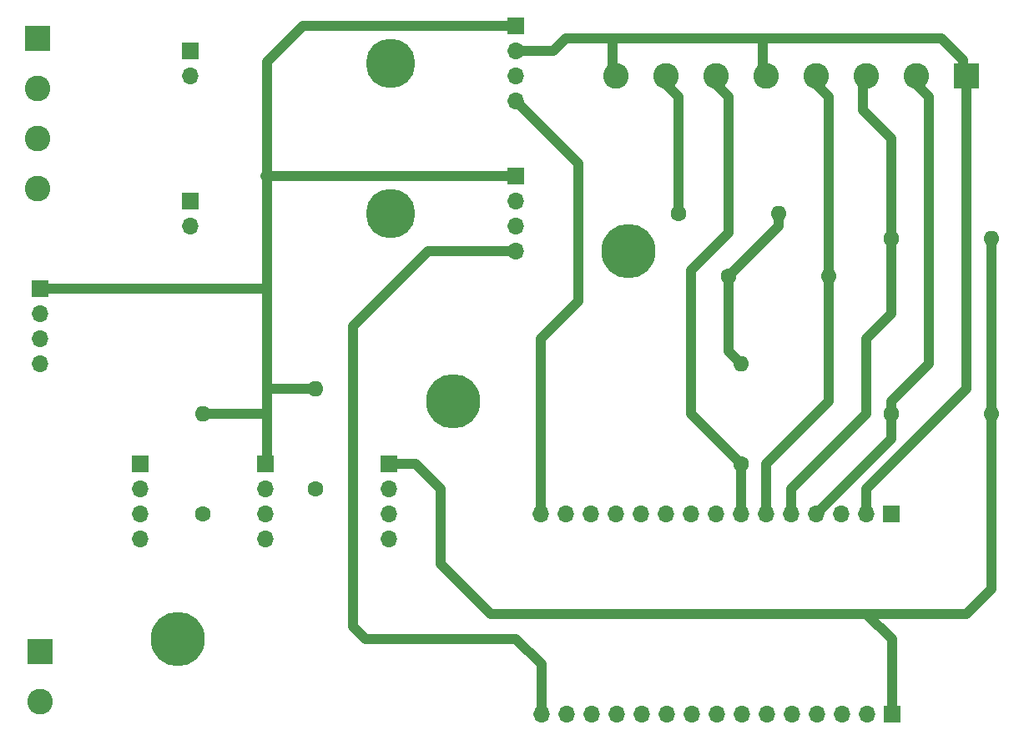
<source format=gbr>
%TF.GenerationSoftware,KiCad,Pcbnew,7.0.6-7.0.6~ubuntu22.04.1*%
%TF.CreationDate,2023-08-09T23:03:42+04:00*%
%TF.ProjectId,ESP 8266 ,45535020-3832-4363-9620-2e6b69636164,rev?*%
%TF.SameCoordinates,Original*%
%TF.FileFunction,Copper,L2,Bot*%
%TF.FilePolarity,Positive*%
%FSLAX46Y46*%
G04 Gerber Fmt 4.6, Leading zero omitted, Abs format (unit mm)*
G04 Created by KiCad (PCBNEW 7.0.6-7.0.6~ubuntu22.04.1) date 2023-08-09 23:03:42*
%MOMM*%
%LPD*%
G01*
G04 APERTURE LIST*
%TA.AperFunction,ComponentPad*%
%ADD10C,1.600000*%
%TD*%
%TA.AperFunction,ComponentPad*%
%ADD11O,1.600000X1.600000*%
%TD*%
%TA.AperFunction,ComponentPad*%
%ADD12R,1.700000X1.700000*%
%TD*%
%TA.AperFunction,ComponentPad*%
%ADD13O,1.700000X1.700000*%
%TD*%
%TA.AperFunction,ComponentPad*%
%ADD14R,2.600000X2.600000*%
%TD*%
%TA.AperFunction,ComponentPad*%
%ADD15C,2.600000*%
%TD*%
%TA.AperFunction,ViaPad*%
%ADD16C,5.500000*%
%TD*%
%TA.AperFunction,ViaPad*%
%ADD17C,5.000000*%
%TD*%
%TA.AperFunction,Conductor*%
%ADD18C,1.000000*%
%TD*%
G04 APERTURE END LIST*
D10*
%TO.P,10k Ohm,1*%
%TO.N,N/C*%
X241300000Y-63500000D03*
D11*
%TO.P,10k Ohm,2*%
X251460000Y-63500000D03*
%TD*%
D12*
%TO.P,REF\u002A\u002A,1*%
%TO.N,N/C*%
X170180000Y-44450000D03*
D13*
%TO.P,REF\u002A\u002A,2*%
X170180000Y-46990000D03*
%TD*%
D10*
%TO.P,10k Ohm,1*%
%TO.N,N/C*%
X171450000Y-91440000D03*
D11*
%TO.P,10k Ohm,2*%
X171450000Y-81280000D03*
%TD*%
D14*
%TO.P,SWitchs,1*%
%TO.N,N/C*%
X248920000Y-46990000D03*
D15*
%TO.P,SWitchs,2*%
X243840000Y-46990000D03*
%TO.P,SWitchs,3*%
X238760000Y-46990000D03*
%TO.P,SWitchs,4*%
X233680000Y-46990000D03*
%TO.P,SWitchs,5*%
X228600000Y-46990000D03*
%TO.P,SWitchs,6*%
X223520000Y-46990000D03*
%TO.P,SWitchs,7*%
X218440000Y-46990000D03*
%TO.P,SWitchs,8*%
X213360000Y-46990000D03*
%TD*%
D12*
%TO.P,REF\u002A\u002A,1*%
%TO.N,N/C*%
X203200000Y-57150000D03*
D13*
%TO.P,REF\u002A\u002A,2*%
X203200000Y-59690000D03*
%TO.P,REF\u002A\u002A,3*%
X203200000Y-62230000D03*
%TO.P,REF\u002A\u002A,4*%
X203200000Y-64770000D03*
%TD*%
D12*
%TO.P,BMP 180 Outside,1*%
%TO.N,N/C*%
X177800000Y-86360000D03*
D13*
%TO.P,BMP 180 Outside,2*%
X177800000Y-88900000D03*
%TO.P,BMP 180 Outside,3*%
X177800000Y-91440000D03*
%TO.P,BMP 180 Outside,4*%
X177800000Y-93980000D03*
%TD*%
D12*
%TO.P,REF\u002A\u002A,1*%
%TO.N,N/C*%
X203200000Y-41910000D03*
D13*
%TO.P,REF\u002A\u002A,2*%
X203200000Y-44450000D03*
%TO.P,REF\u002A\u002A,3*%
X203200000Y-46990000D03*
%TO.P,REF\u002A\u002A,4*%
X203200000Y-49530000D03*
%TD*%
D14*
%TO.P,Sensors pins,1*%
%TO.N,N/C*%
X154635000Y-43180000D03*
D15*
%TO.P,Sensors pins,2*%
X154635000Y-48260000D03*
%TO.P,Sensors pins,3*%
X154635000Y-53340000D03*
%TO.P,Sensors pins,4*%
X154635000Y-58420000D03*
%TD*%
D12*
%TO.P,BMP 180 Inside,1*%
%TO.N,N/C*%
X165100000Y-86360000D03*
D13*
%TO.P,BMP 180 Inside,2*%
X165100000Y-88900000D03*
%TO.P,BMP 180 Inside,3*%
X165100000Y-91440000D03*
%TO.P,BMP 180 Inside,4*%
X165100000Y-93980000D03*
%TD*%
D10*
%TO.P,10k Ohm,1*%
%TO.N,N/C*%
X226060000Y-86360000D03*
D11*
%TO.P,10k Ohm,2*%
X226060000Y-76200000D03*
%TD*%
D10*
%TO.P,10k Ohm,1*%
%TO.N,N/C*%
X182880000Y-88900000D03*
D11*
%TO.P,10k Ohm,2*%
X182880000Y-78740000D03*
%TD*%
D12*
%TO.P,OLed 126X64,1*%
%TO.N,N/C*%
X190325000Y-86360000D03*
D13*
%TO.P,OLed 126X64,2*%
X190325000Y-88900000D03*
%TO.P,OLed 126X64,3*%
X190325000Y-91440000D03*
%TO.P,OLed 126X64,4*%
X190325000Y-93980000D03*
%TD*%
D10*
%TO.P,10k Ohm,1*%
%TO.N,N/C*%
X224790000Y-67310000D03*
D11*
%TO.P,10k Ohm,2*%
X234950000Y-67310000D03*
%TD*%
D12*
%TO.P,REF\u002A\u002A,1*%
%TO.N,N/C*%
X241300000Y-91440000D03*
D13*
%TO.P,REF\u002A\u002A,2*%
X238760000Y-91440000D03*
%TO.P,REF\u002A\u002A,3*%
X236220000Y-91440000D03*
%TO.P,REF\u002A\u002A,4*%
X233680000Y-91440000D03*
%TO.P,REF\u002A\u002A,5*%
X231140000Y-91440000D03*
%TO.P,REF\u002A\u002A,6*%
X228600000Y-91440000D03*
%TO.P,REF\u002A\u002A,7*%
X226060000Y-91440000D03*
%TO.P,REF\u002A\u002A,8*%
X223520000Y-91440000D03*
%TO.P,REF\u002A\u002A,9*%
X220980000Y-91440000D03*
%TO.P,REF\u002A\u002A,10*%
X218440000Y-91440000D03*
%TO.P,REF\u002A\u002A,11*%
X215900000Y-91440000D03*
%TO.P,REF\u002A\u002A,12*%
X213360000Y-91440000D03*
%TO.P,REF\u002A\u002A,13*%
X210820000Y-91440000D03*
%TO.P,REF\u002A\u002A,14*%
X208280000Y-91440000D03*
%TO.P,REF\u002A\u002A,15*%
X205740000Y-91440000D03*
%TD*%
D10*
%TO.P,10k Ohm,1*%
%TO.N,N/C*%
X219710000Y-60960000D03*
D11*
%TO.P,10k Ohm,2*%
X229870000Y-60960000D03*
%TD*%
D12*
%TO.P,Relay,1*%
%TO.N,N/C*%
X154940000Y-68580000D03*
D13*
%TO.P,Relay,2*%
X154940000Y-71120000D03*
%TO.P,Relay,3*%
X154940000Y-73660000D03*
%TO.P,Relay,4*%
X154940000Y-76200000D03*
%TD*%
D12*
%TO.P,REF\u002A\u002A,1*%
%TO.N,N/C*%
X241330000Y-111735000D03*
D13*
%TO.P,REF\u002A\u002A,2*%
X238790000Y-111735000D03*
%TO.P,REF\u002A\u002A,3*%
X236250000Y-111735000D03*
%TO.P,REF\u002A\u002A,4*%
X233710000Y-111735000D03*
%TO.P,REF\u002A\u002A,5*%
X231170000Y-111735000D03*
%TO.P,REF\u002A\u002A,6*%
X228630000Y-111735000D03*
%TO.P,REF\u002A\u002A,7*%
X226090000Y-111735000D03*
%TO.P,REF\u002A\u002A,8*%
X223550000Y-111735000D03*
%TO.P,REF\u002A\u002A,9*%
X221010000Y-111735000D03*
%TO.P,REF\u002A\u002A,10*%
X218470000Y-111735000D03*
%TO.P,REF\u002A\u002A,11*%
X215930000Y-111735000D03*
%TO.P,REF\u002A\u002A,12*%
X213390000Y-111735000D03*
%TO.P,REF\u002A\u002A,13*%
X210850000Y-111735000D03*
%TO.P,REF\u002A\u002A,14*%
X208310000Y-111735000D03*
%TO.P,REF\u002A\u002A,15*%
X205770000Y-111735000D03*
%TD*%
D14*
%TO.P,Power,1*%
%TO.N,N/C*%
X154940000Y-105410000D03*
D15*
%TO.P,Power,2*%
X154940000Y-110490000D03*
%TD*%
D12*
%TO.P,REF\u002A\u002A,1*%
%TO.N,N/C*%
X170180000Y-59690000D03*
D13*
%TO.P,REF\u002A\u002A,2*%
X170180000Y-62230000D03*
%TD*%
D10*
%TO.P,10k Ohm,1*%
%TO.N,N/C*%
X241300000Y-81280000D03*
D11*
%TO.P,10k Ohm,2*%
X251460000Y-81280000D03*
%TD*%
D16*
%TO.N,*%
X196850000Y-80010000D03*
X168910000Y-104140000D03*
D17*
X190500000Y-45720000D03*
D16*
X214630000Y-64770000D03*
D17*
X190500000Y-60960000D03*
%TD*%
D18*
%TO.N,*%
X177975000Y-68580000D02*
X177965000Y-68570000D01*
X177965000Y-68570000D02*
X154950000Y-68570000D01*
X154950000Y-68570000D02*
X154940000Y-68580000D01*
X154940000Y-68580000D02*
X157480000Y-68580000D01*
X234950000Y-80010000D02*
X234950000Y-49124556D01*
X248920000Y-101600000D02*
X251460000Y-99060000D01*
X238760000Y-91440000D02*
X238760000Y-88900000D01*
X209550000Y-69850000D02*
X209550000Y-55880000D01*
X177800000Y-86360000D02*
X177975000Y-86185000D01*
X229870000Y-60960000D02*
X229870000Y-62230000D01*
X226060000Y-86360000D02*
X220980000Y-81280000D01*
X187960000Y-104140000D02*
X186690000Y-102870000D01*
X203200000Y-104140000D02*
X187960000Y-104140000D01*
X177975000Y-78740000D02*
X182880000Y-78740000D01*
X241330000Y-104170000D02*
X241330000Y-111735000D01*
X224790000Y-67310000D02*
X224790000Y-74930000D01*
X248920000Y-78740000D02*
X248920000Y-47854556D01*
X248541909Y-47476465D02*
X248541909Y-45341909D01*
X205770000Y-111735000D02*
X205770000Y-106710000D01*
X241300000Y-71120000D02*
X241300000Y-53340000D01*
X231140000Y-43180000D02*
X228600000Y-43180000D01*
X238760000Y-101600000D02*
X241330000Y-104170000D01*
X212981909Y-43558091D02*
X212981909Y-47476465D01*
X177975000Y-45545000D02*
X181610000Y-41910000D01*
X224790000Y-62865000D02*
X224790000Y-49124556D01*
X228600000Y-43180000D02*
X228221909Y-43558091D01*
X241300000Y-83820000D02*
X241300000Y-80010000D01*
X177975000Y-81280000D02*
X177975000Y-78740000D01*
X209550000Y-55880000D02*
X203200000Y-49530000D01*
X181610000Y-41910000D02*
X203200000Y-41910000D01*
X195580000Y-96520000D02*
X195580000Y-88900000D01*
X213360000Y-43180000D02*
X212981909Y-43558091D01*
X177975000Y-81280000D02*
X171450000Y-81280000D01*
X238760000Y-101600000D02*
X248920000Y-101600000D01*
X234950000Y-49124556D02*
X233301909Y-47476465D01*
X213360000Y-43180000D02*
X208280000Y-43180000D01*
X193040000Y-86360000D02*
X190675000Y-86360000D01*
X228600000Y-43180000D02*
X213360000Y-43180000D01*
X177975000Y-78740000D02*
X177975000Y-68580000D01*
X177975000Y-86185000D02*
X177975000Y-81280000D01*
X246380000Y-43180000D02*
X231140000Y-43180000D01*
X194310000Y-64770000D02*
X203200000Y-64770000D01*
X208280000Y-43180000D02*
X207010000Y-44450000D01*
X229870000Y-62230000D02*
X224790000Y-67310000D01*
X238381909Y-50421909D02*
X238381909Y-47476465D01*
X200660000Y-101600000D02*
X238760000Y-101600000D01*
X186690000Y-72390000D02*
X194310000Y-64770000D01*
X203200000Y-57150000D02*
X177800000Y-57150000D01*
X248920000Y-47854556D02*
X248541909Y-47476465D01*
X238760000Y-88900000D02*
X248920000Y-78740000D01*
X207010000Y-44450000D02*
X203200000Y-44450000D01*
X241300000Y-53340000D02*
X238381909Y-50421909D01*
X241300000Y-80010000D02*
X245110000Y-76200000D01*
X186690000Y-102870000D02*
X186690000Y-72390000D01*
X251460000Y-99060000D02*
X251460000Y-63500000D01*
X226060000Y-91440000D02*
X226060000Y-86360000D01*
X205770000Y-106710000D02*
X203200000Y-104140000D01*
X233680000Y-91440000D02*
X241300000Y-83820000D01*
X245110000Y-49124556D02*
X243461909Y-47476465D01*
X231140000Y-88900000D02*
X238760000Y-81280000D01*
X220980000Y-81280000D02*
X220980000Y-66675000D01*
X219710000Y-49124556D02*
X218061909Y-47476465D01*
X195580000Y-96520000D02*
X200660000Y-101600000D01*
X238760000Y-81280000D02*
X238760000Y-73660000D01*
X238760000Y-73660000D02*
X241300000Y-71120000D01*
X248541909Y-45341909D02*
X246380000Y-43180000D01*
X220980000Y-66675000D02*
X224790000Y-62865000D01*
X228600000Y-91440000D02*
X228600000Y-86360000D01*
X195580000Y-88900000D02*
X193040000Y-86360000D01*
X224790000Y-49124556D02*
X223141909Y-47476465D01*
X245110000Y-76200000D02*
X245110000Y-49124556D01*
X224790000Y-74930000D02*
X226060000Y-76200000D01*
X228600000Y-86360000D02*
X234950000Y-80010000D01*
X231140000Y-91440000D02*
X231140000Y-88900000D01*
X205740000Y-91440000D02*
X205740000Y-73660000D01*
X177975000Y-68580000D02*
X177975000Y-45545000D01*
X219710000Y-60960000D02*
X219710000Y-49124556D01*
X205740000Y-73660000D02*
X209550000Y-69850000D01*
X228221909Y-43558091D02*
X228221909Y-47476465D01*
%TD*%
M02*

</source>
